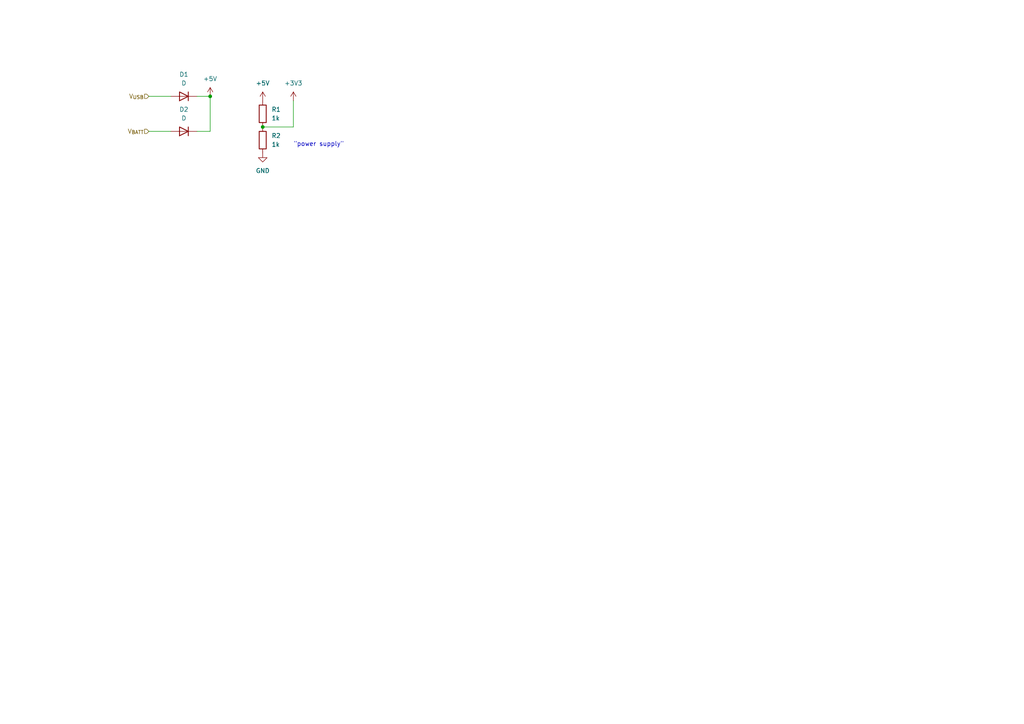
<source format=kicad_sch>
(kicad_sch (version 20231120) (generator "eeschema") (generator_version "8.0")
  (paper "A4")
  (title_block (title "Blackstone Flight Computer - Overview") (date "2024-08-02") (rev "Rev A") (company "UC Aerospace") (comment 1 "Project: Blackstone"))
  (lib_symbols
    (symbol "Device:D" (pin_numbers hide) (pin_names (offset 1.016) hide)
      (property "Reference" "D" (at 0 2.54 0))
      (property "Value" "D" (at 0 -2.54 0))
      (symbol "D_0_1"
        (polyline (pts (xy -1.27 1.27) (xy -1.27 -1.27)) (stroke (width 0.254)))
        (polyline (pts (xy 1.27 0) (xy -1.27 0)))
        (polyline (pts (xy 1.27 1.27) (xy 1.27 -1.27) (xy -1.27 0) (xy 1.27 1.27)) (stroke (width 0.254)))
      )
      (symbol "D_1_1"
        (pin passive line (at -3.81 0 0) (length 2.54) (name "K") (number "1"))
        (pin passive line (at 3.81 0 180) (length 2.54) (name "A") (number "2"))
      )
    )
    (symbol "Device:R" (pin_numbers hide) (pin_names (offset 0))
      (property "Reference" "R" (at 2.032 0 90))
      (property "Value" "R" (at 0 0 90))
      (symbol "R_0_1"
        (rectangle (start -1.016 -2.54) (end 1.016 2.54) (stroke (width 0.254)))
      )
      (symbol "R_1_1"
        (pin passive line (at 0 3.81 270) (length 1.27) (name "~") (number "1"))
        (pin passive line (at 0 -3.81 90) (length 1.27) (name "~") (number "2"))
      )
    )
    (symbol "power:+3V3" (power) (pin_numbers hide) (pin_names (offset 0) hide)
      (property "Value" "+3V3" (at 0 3.556 0))
      (symbol "+3V3_0_1"
        (polyline (pts (xy -0.762 1.27) (xy 0 2.54)))
        (polyline (pts (xy 0 0) (xy 0 2.54)))
        (polyline (pts (xy 0 2.54) (xy 0.762 1.27)))
      )
      (symbol "+3V3_1_1"
        (pin power_in line (at 0 0 90) (length 0) (name "~") (number "1"))
      )
    )
    (symbol "power:+5V" (power) (pin_numbers hide) (pin_names (offset 0) hide)
      (property "Value" "+5V" (at 0 3.556 0))
      (symbol "+5V_0_1"
        (polyline (pts (xy -0.762 1.27) (xy 0 2.54)))
        (polyline (pts (xy 0 0) (xy 0 2.54)))
        (polyline (pts (xy 0 2.54) (xy 0.762 1.27)))
      )
      (symbol "+5V_1_1"
        (pin power_in line (at 0 0 90) (length 0) (name "~") (number "1"))
      )
    )
    (symbol "power:GND" (power) (pin_numbers hide) (pin_names (offset 0) hide)
      (property "Value" "GND" (at 0 -3.81 0))
      (symbol "GND_0_1"
        (polyline (pts (xy 0 0) (xy 0 -1.27) (xy 1.27 -1.27) (xy 0 -2.54) (xy -1.27 -1.27) (xy 0 -1.27)))
      )
      (symbol "GND_1_1"
        (pin power_in line (at 0 0 270) (length 0) (name "~") (number "1"))
      )
    )
  )
  (junction (at 76.2 36.83))
  (junction (at 60.96 27.94))
  (wire (pts (xy 60.96 27.94) (xy 57.15 27.94)))
  (wire (pts (xy 60.96 38.1) (xy 60.96 27.94)))
  (wire (pts (xy 57.15 38.1) (xy 60.96 38.1)))
  (wire (pts (xy 85.09 36.83) (xy 85.09 29.21)))
  (wire (pts (xy 43.18 38.1) (xy 49.53 38.1)))
  (wire (pts (xy 76.2 36.83) (xy 85.09 36.83)))
  (wire (pts (xy 43.18 27.94) (xy 49.53 27.94)))
  (text "\"power supply\"" (at 92.456 41.91 0) (effects (font (size 1.27 1.27))))
  (hierarchical_label "V_{BATT}" (shape input) (at 43.18 38.1 180))
  (hierarchical_label "V_{USB}" (shape input) (at 43.18 27.94 180))
  (symbol (lib_id "power:+3V3") (at 85.09 29.21 0) (unit 1)
    (property "Reference" "#PWR01" (effects (hide yes)))
    (property "Value" "+3V3" (at 85.09 24.13 0))
    (property "Description" "Power symbol creates a global label with name \"+3V3\"" (effects (hide yes)))
  )
  (symbol (lib_id "power:+5V") (at 76.2 29.21 0) (unit 1)
    (property "Reference" "#PWR03" (effects (hide yes)))
    (property "Value" "+5V" (at 76.2 24.13 0))
    (property "Description" "Power symbol creates a global label with name \"+5V\"" (effects (hide yes)))
  )
  (symbol (lib_id "power:GND") (at 76.2 44.45 0) (unit 1)
    (property "Reference" "#PWR04" (effects (hide yes)))
    (property "Value" "GND" (at 76.2 49.53 0))
    (property "Description" "Power symbol creates a global label with name \"GND\" , ground" (effects (hide yes)))
  )
  (symbol (lib_id "Device:R") (at 76.2 40.64 0) (unit 1)
    (property "Reference" "R2" (at 78.74 39.3699 0) (effects (justify left)))
    (property "Value" "1k" (at 78.74 41.9099 0) (effects (justify left)))
    (property "Description" "Resistor" (effects (hide yes)))
  )
  (symbol (lib_id "Device:R") (at 76.2 33.02 0) (unit 1)
    (property "Reference" "R1" (at 78.74 31.7499 0) (effects (justify left)))
    (property "Value" "1k" (at 78.74 34.2899 0) (effects (justify left)))
    (property "Description" "Resistor" (effects (hide yes)))
  )
  (symbol (lib_id "Device:D") (at 53.34 27.94 180) (unit 1)
    (property "Reference" "D1" (at 53.34 21.59 0))
    (property "Value" "D" (at 53.34 24.13 0))
    (property "Description" "Diode" (effects (hide yes)))
    (property "Sim.Device" "D" (effects (hide yes)))
    (property "Sim.Pins" "1=K 2=A" (effects (hide yes)))
  )
  (symbol (lib_id "power:+5V") (at 60.96 27.94 0) (unit 1)
    (property "Reference" "#PWR02" (effects (hide yes)))
    (property "Value" "+5V" (at 60.96 22.86 0))
    (property "Description" "Power symbol creates a global label with name \"+5V\"" (effects (hide yes)))
  )
  (symbol (lib_id "Device:D") (at 53.34 38.1 180) (unit 1)
    (property "Reference" "D2" (at 53.34 31.75 0))
    (property "Value" "D" (at 53.34 34.29 0))
    (property "Description" "Diode" (effects (hide yes)))
    (property "Sim.Device" "D" (effects (hide yes)))
    (property "Sim.Pins" "1=K 2=A" (effects (hide yes)))
  )
)
</source>
